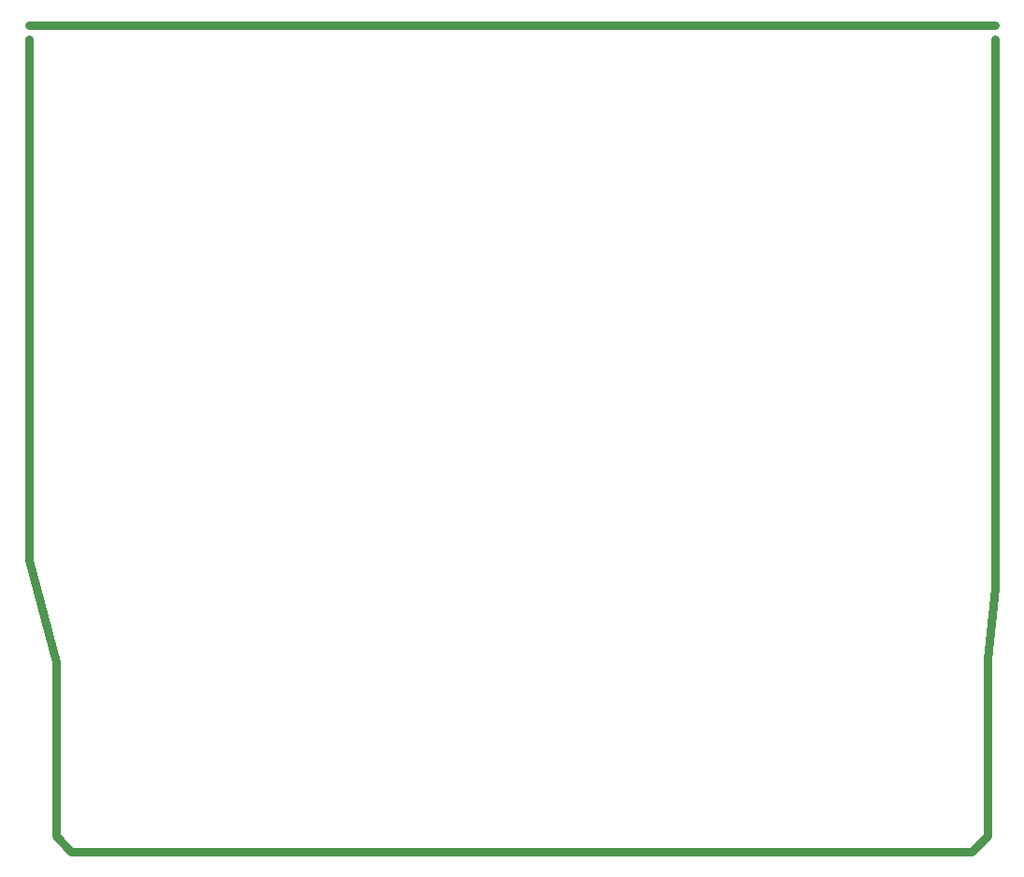
<source format=gbr>
%TF.GenerationSoftware,KiCad,Pcbnew,7.0.8-7.0.8~ubuntu22.04.1*%
%TF.CreationDate,2023-11-13T18:52:44-05:00*%
%TF.ProjectId,TMS9118,544d5339-3131-4382-9e6b-696361645f70,rev?*%
%TF.SameCoordinates,Original*%
%TF.FileFunction,Other,ECO1*%
%FSLAX46Y46*%
G04 Gerber Fmt 4.6, Leading zero omitted, Abs format (unit mm)*
G04 Created by KiCad (PCBNEW 7.0.8-7.0.8~ubuntu22.04.1) date 2023-11-13 18:52:44*
%MOMM*%
%LPD*%
G01*
G04 APERTURE LIST*
%ADD10C,0.793750*%
G04 APERTURE END LIST*
D10*
X111760000Y-137439400D02*
X111785400Y-153162000D01*
X196088000Y-153162000D02*
X196088000Y-137134600D01*
X109321600Y-128168400D02*
X111760000Y-137439400D01*
X196824600Y-79756000D02*
X196570600Y-79756000D01*
X113131600Y-154559000D02*
X194665600Y-154584400D01*
X194665600Y-154584400D02*
X196088000Y-153162000D01*
X196824600Y-130733800D02*
X196824600Y-81000600D01*
X196088000Y-137134600D02*
X196824600Y-130733800D01*
X111785400Y-153162000D02*
X113131600Y-154559000D01*
X196570600Y-79756000D02*
X109347000Y-79756000D01*
X109347000Y-81051400D02*
X109321600Y-128168400D01*
M02*

</source>
